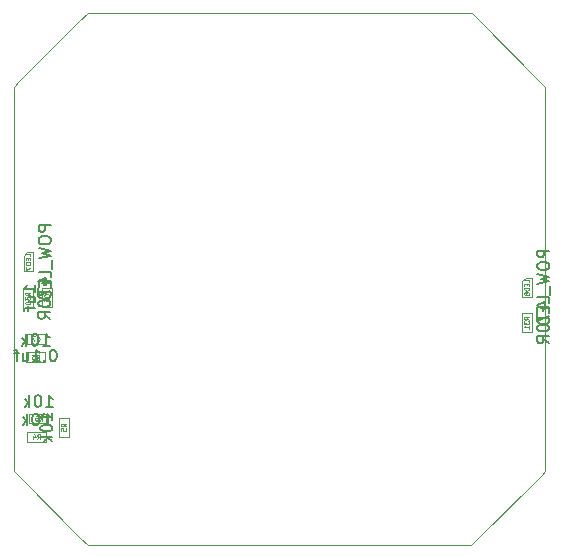
<source format=gbr>
G04 #@! TF.GenerationSoftware,KiCad,Pcbnew,9.0.1*
G04 #@! TF.CreationDate,2025-04-25T12:08:24+05:30*
G04 #@! TF.ProjectId,esp32_quad_baro_bootser_nousb_BMP,65737033-325f-4717-9561-645f6261726f,rev?*
G04 #@! TF.SameCoordinates,Original*
G04 #@! TF.FileFunction,AssemblyDrawing,Bot*
%FSLAX46Y46*%
G04 Gerber Fmt 4.6, Leading zero omitted, Abs format (unit mm)*
G04 Created by KiCad (PCBNEW 9.0.1) date 2025-04-25 12:08:24*
%MOMM*%
%LPD*%
G01*
G04 APERTURE LIST*
%ADD10C,0.150000*%
%ADD11C,0.060000*%
%ADD12C,0.100000*%
G04 #@! TA.AperFunction,Profile*
%ADD13C,0.025400*%
G04 #@! TD*
G04 APERTURE END LIST*
D10*
X111764999Y-92494819D02*
X111669761Y-92494819D01*
X111669761Y-92494819D02*
X111574523Y-92542438D01*
X111574523Y-92542438D02*
X111526904Y-92590057D01*
X111526904Y-92590057D02*
X111479285Y-92685295D01*
X111479285Y-92685295D02*
X111431666Y-92875771D01*
X111431666Y-92875771D02*
X111431666Y-93113866D01*
X111431666Y-93113866D02*
X111479285Y-93304342D01*
X111479285Y-93304342D02*
X111526904Y-93399580D01*
X111526904Y-93399580D02*
X111574523Y-93447200D01*
X111574523Y-93447200D02*
X111669761Y-93494819D01*
X111669761Y-93494819D02*
X111764999Y-93494819D01*
X111764999Y-93494819D02*
X111860237Y-93447200D01*
X111860237Y-93447200D02*
X111907856Y-93399580D01*
X111907856Y-93399580D02*
X111955475Y-93304342D01*
X111955475Y-93304342D02*
X112003094Y-93113866D01*
X112003094Y-93113866D02*
X112003094Y-92875771D01*
X112003094Y-92875771D02*
X111955475Y-92685295D01*
X111955475Y-92685295D02*
X111907856Y-92590057D01*
X111907856Y-92590057D02*
X111860237Y-92542438D01*
X111860237Y-92542438D02*
X111764999Y-92494819D01*
X111003094Y-93399580D02*
X110955475Y-93447200D01*
X110955475Y-93447200D02*
X111003094Y-93494819D01*
X111003094Y-93494819D02*
X111050713Y-93447200D01*
X111050713Y-93447200D02*
X111003094Y-93399580D01*
X111003094Y-93399580D02*
X111003094Y-93494819D01*
X110003095Y-93494819D02*
X110574523Y-93494819D01*
X110288809Y-93494819D02*
X110288809Y-92494819D01*
X110288809Y-92494819D02*
X110384047Y-92637676D01*
X110384047Y-92637676D02*
X110479285Y-92732914D01*
X110479285Y-92732914D02*
X110574523Y-92780533D01*
X109145952Y-92828152D02*
X109145952Y-93494819D01*
X109574523Y-92828152D02*
X109574523Y-93351961D01*
X109574523Y-93351961D02*
X109526904Y-93447200D01*
X109526904Y-93447200D02*
X109431666Y-93494819D01*
X109431666Y-93494819D02*
X109288809Y-93494819D01*
X109288809Y-93494819D02*
X109193571Y-93447200D01*
X109193571Y-93447200D02*
X109145952Y-93399580D01*
X108812618Y-92828152D02*
X108431666Y-92828152D01*
X108669761Y-93494819D02*
X108669761Y-92637676D01*
X108669761Y-92637676D02*
X108622142Y-92542438D01*
X108622142Y-92542438D02*
X108526904Y-92494819D01*
X108526904Y-92494819D02*
X108431666Y-92494819D01*
D11*
X110331666Y-91753832D02*
X110350714Y-91772880D01*
X110350714Y-91772880D02*
X110407856Y-91791927D01*
X110407856Y-91791927D02*
X110445952Y-91791927D01*
X110445952Y-91791927D02*
X110503095Y-91772880D01*
X110503095Y-91772880D02*
X110541190Y-91734784D01*
X110541190Y-91734784D02*
X110560237Y-91696689D01*
X110560237Y-91696689D02*
X110579285Y-91620499D01*
X110579285Y-91620499D02*
X110579285Y-91563356D01*
X110579285Y-91563356D02*
X110560237Y-91487165D01*
X110560237Y-91487165D02*
X110541190Y-91449070D01*
X110541190Y-91449070D02*
X110503095Y-91410975D01*
X110503095Y-91410975D02*
X110445952Y-91391927D01*
X110445952Y-91391927D02*
X110407856Y-91391927D01*
X110407856Y-91391927D02*
X110350714Y-91410975D01*
X110350714Y-91410975D02*
X110331666Y-91430022D01*
X110198333Y-91391927D02*
X109931666Y-91391927D01*
X109931666Y-91391927D02*
X110103095Y-91791927D01*
D10*
X111494819Y-81967262D02*
X110494819Y-81967262D01*
X110494819Y-81967262D02*
X110494819Y-82348214D01*
X110494819Y-82348214D02*
X110542438Y-82443452D01*
X110542438Y-82443452D02*
X110590057Y-82491071D01*
X110590057Y-82491071D02*
X110685295Y-82538690D01*
X110685295Y-82538690D02*
X110828152Y-82538690D01*
X110828152Y-82538690D02*
X110923390Y-82491071D01*
X110923390Y-82491071D02*
X110971009Y-82443452D01*
X110971009Y-82443452D02*
X111018628Y-82348214D01*
X111018628Y-82348214D02*
X111018628Y-81967262D01*
X110494819Y-83157738D02*
X110494819Y-83348214D01*
X110494819Y-83348214D02*
X110542438Y-83443452D01*
X110542438Y-83443452D02*
X110637676Y-83538690D01*
X110637676Y-83538690D02*
X110828152Y-83586309D01*
X110828152Y-83586309D02*
X111161485Y-83586309D01*
X111161485Y-83586309D02*
X111351961Y-83538690D01*
X111351961Y-83538690D02*
X111447200Y-83443452D01*
X111447200Y-83443452D02*
X111494819Y-83348214D01*
X111494819Y-83348214D02*
X111494819Y-83157738D01*
X111494819Y-83157738D02*
X111447200Y-83062500D01*
X111447200Y-83062500D02*
X111351961Y-82967262D01*
X111351961Y-82967262D02*
X111161485Y-82919643D01*
X111161485Y-82919643D02*
X110828152Y-82919643D01*
X110828152Y-82919643D02*
X110637676Y-82967262D01*
X110637676Y-82967262D02*
X110542438Y-83062500D01*
X110542438Y-83062500D02*
X110494819Y-83157738D01*
X110494819Y-83919643D02*
X111494819Y-84157738D01*
X111494819Y-84157738D02*
X110780533Y-84348214D01*
X110780533Y-84348214D02*
X111494819Y-84538690D01*
X111494819Y-84538690D02*
X110494819Y-84776786D01*
X111590057Y-84919643D02*
X111590057Y-85681547D01*
X111494819Y-86395833D02*
X111494819Y-85919643D01*
X111494819Y-85919643D02*
X110494819Y-85919643D01*
X110971009Y-86729167D02*
X110971009Y-87062500D01*
X111494819Y-87205357D02*
X111494819Y-86729167D01*
X111494819Y-86729167D02*
X110494819Y-86729167D01*
X110494819Y-86729167D02*
X110494819Y-87205357D01*
X111494819Y-87633929D02*
X110494819Y-87633929D01*
X110494819Y-87633929D02*
X110494819Y-87872024D01*
X110494819Y-87872024D02*
X110542438Y-88014881D01*
X110542438Y-88014881D02*
X110637676Y-88110119D01*
X110637676Y-88110119D02*
X110732914Y-88157738D01*
X110732914Y-88157738D02*
X110923390Y-88205357D01*
X110923390Y-88205357D02*
X111066247Y-88205357D01*
X111066247Y-88205357D02*
X111256723Y-88157738D01*
X111256723Y-88157738D02*
X111351961Y-88110119D01*
X111351961Y-88110119D02*
X111447200Y-88014881D01*
X111447200Y-88014881D02*
X111494819Y-87872024D01*
X111494819Y-87872024D02*
X111494819Y-87633929D01*
D11*
X109791927Y-84614881D02*
X109791927Y-84424405D01*
X109791927Y-84424405D02*
X109391927Y-84424405D01*
X109582403Y-84748215D02*
X109582403Y-84881548D01*
X109791927Y-84938691D02*
X109791927Y-84748215D01*
X109791927Y-84748215D02*
X109391927Y-84748215D01*
X109391927Y-84748215D02*
X109391927Y-84938691D01*
X109791927Y-85110120D02*
X109391927Y-85110120D01*
X109391927Y-85110120D02*
X109391927Y-85205358D01*
X109391927Y-85205358D02*
X109410975Y-85262501D01*
X109410975Y-85262501D02*
X109449070Y-85300596D01*
X109449070Y-85300596D02*
X109487165Y-85319643D01*
X109487165Y-85319643D02*
X109563356Y-85338691D01*
X109563356Y-85338691D02*
X109620499Y-85338691D01*
X109620499Y-85338691D02*
X109696689Y-85319643D01*
X109696689Y-85319643D02*
X109734784Y-85300596D01*
X109734784Y-85300596D02*
X109772880Y-85262501D01*
X109772880Y-85262501D02*
X109791927Y-85205358D01*
X109791927Y-85205358D02*
X109791927Y-85110120D01*
X109391927Y-85472024D02*
X109391927Y-85738691D01*
X109391927Y-85738691D02*
X109791927Y-85567262D01*
D10*
X110910238Y-98914819D02*
X111481666Y-98914819D01*
X111195952Y-98914819D02*
X111195952Y-97914819D01*
X111195952Y-97914819D02*
X111291190Y-98057676D01*
X111291190Y-98057676D02*
X111386428Y-98152914D01*
X111386428Y-98152914D02*
X111481666Y-98200533D01*
X110291190Y-97914819D02*
X110195952Y-97914819D01*
X110195952Y-97914819D02*
X110100714Y-97962438D01*
X110100714Y-97962438D02*
X110053095Y-98010057D01*
X110053095Y-98010057D02*
X110005476Y-98105295D01*
X110005476Y-98105295D02*
X109957857Y-98295771D01*
X109957857Y-98295771D02*
X109957857Y-98533866D01*
X109957857Y-98533866D02*
X110005476Y-98724342D01*
X110005476Y-98724342D02*
X110053095Y-98819580D01*
X110053095Y-98819580D02*
X110100714Y-98867200D01*
X110100714Y-98867200D02*
X110195952Y-98914819D01*
X110195952Y-98914819D02*
X110291190Y-98914819D01*
X110291190Y-98914819D02*
X110386428Y-98867200D01*
X110386428Y-98867200D02*
X110434047Y-98819580D01*
X110434047Y-98819580D02*
X110481666Y-98724342D01*
X110481666Y-98724342D02*
X110529285Y-98533866D01*
X110529285Y-98533866D02*
X110529285Y-98295771D01*
X110529285Y-98295771D02*
X110481666Y-98105295D01*
X110481666Y-98105295D02*
X110434047Y-98010057D01*
X110434047Y-98010057D02*
X110386428Y-97962438D01*
X110386428Y-97962438D02*
X110291190Y-97914819D01*
X109529285Y-98914819D02*
X109529285Y-97914819D01*
X109434047Y-98533866D02*
X109148333Y-98914819D01*
X109148333Y-98248152D02*
X109529285Y-98629104D01*
D11*
X110381666Y-100071927D02*
X110514999Y-99881451D01*
X110610237Y-100071927D02*
X110610237Y-99671927D01*
X110610237Y-99671927D02*
X110457856Y-99671927D01*
X110457856Y-99671927D02*
X110419761Y-99690975D01*
X110419761Y-99690975D02*
X110400714Y-99710022D01*
X110400714Y-99710022D02*
X110381666Y-99748118D01*
X110381666Y-99748118D02*
X110381666Y-99805260D01*
X110381666Y-99805260D02*
X110400714Y-99843356D01*
X110400714Y-99843356D02*
X110419761Y-99862403D01*
X110419761Y-99862403D02*
X110457856Y-99881451D01*
X110457856Y-99881451D02*
X110610237Y-99881451D01*
X110038809Y-99805260D02*
X110038809Y-100071927D01*
X110134047Y-99652880D02*
X110229285Y-99938594D01*
X110229285Y-99938594D02*
X109981666Y-99938594D01*
D10*
X111644819Y-98479761D02*
X111644819Y-97908333D01*
X111644819Y-98194047D02*
X110644819Y-98194047D01*
X110644819Y-98194047D02*
X110787676Y-98098809D01*
X110787676Y-98098809D02*
X110882914Y-98003571D01*
X110882914Y-98003571D02*
X110930533Y-97908333D01*
X110644819Y-99098809D02*
X110644819Y-99194047D01*
X110644819Y-99194047D02*
X110692438Y-99289285D01*
X110692438Y-99289285D02*
X110740057Y-99336904D01*
X110740057Y-99336904D02*
X110835295Y-99384523D01*
X110835295Y-99384523D02*
X111025771Y-99432142D01*
X111025771Y-99432142D02*
X111263866Y-99432142D01*
X111263866Y-99432142D02*
X111454342Y-99384523D01*
X111454342Y-99384523D02*
X111549580Y-99336904D01*
X111549580Y-99336904D02*
X111597200Y-99289285D01*
X111597200Y-99289285D02*
X111644819Y-99194047D01*
X111644819Y-99194047D02*
X111644819Y-99098809D01*
X111644819Y-99098809D02*
X111597200Y-99003571D01*
X111597200Y-99003571D02*
X111549580Y-98955952D01*
X111549580Y-98955952D02*
X111454342Y-98908333D01*
X111454342Y-98908333D02*
X111263866Y-98860714D01*
X111263866Y-98860714D02*
X111025771Y-98860714D01*
X111025771Y-98860714D02*
X110835295Y-98908333D01*
X110835295Y-98908333D02*
X110740057Y-98955952D01*
X110740057Y-98955952D02*
X110692438Y-99003571D01*
X110692438Y-99003571D02*
X110644819Y-99098809D01*
X111644819Y-99860714D02*
X110644819Y-99860714D01*
X111263866Y-99955952D02*
X111644819Y-100241666D01*
X110978152Y-100241666D02*
X111359104Y-99860714D01*
D11*
X112801927Y-99008333D02*
X112611451Y-98875000D01*
X112801927Y-98779762D02*
X112401927Y-98779762D01*
X112401927Y-98779762D02*
X112401927Y-98932143D01*
X112401927Y-98932143D02*
X112420975Y-98970238D01*
X112420975Y-98970238D02*
X112440022Y-98989285D01*
X112440022Y-98989285D02*
X112478118Y-99008333D01*
X112478118Y-99008333D02*
X112535260Y-99008333D01*
X112535260Y-99008333D02*
X112573356Y-98989285D01*
X112573356Y-98989285D02*
X112592403Y-98970238D01*
X112592403Y-98970238D02*
X112611451Y-98932143D01*
X112611451Y-98932143D02*
X112611451Y-98779762D01*
X112401927Y-99370238D02*
X112401927Y-99179762D01*
X112401927Y-99179762D02*
X112592403Y-99160714D01*
X112592403Y-99160714D02*
X112573356Y-99179762D01*
X112573356Y-99179762D02*
X112554308Y-99217857D01*
X112554308Y-99217857D02*
X112554308Y-99313095D01*
X112554308Y-99313095D02*
X112573356Y-99351190D01*
X112573356Y-99351190D02*
X112592403Y-99370238D01*
X112592403Y-99370238D02*
X112630499Y-99389285D01*
X112630499Y-99389285D02*
X112725737Y-99389285D01*
X112725737Y-99389285D02*
X112763832Y-99370238D01*
X112763832Y-99370238D02*
X112782880Y-99351190D01*
X112782880Y-99351190D02*
X112801927Y-99313095D01*
X112801927Y-99313095D02*
X112801927Y-99217857D01*
X112801927Y-99217857D02*
X112782880Y-99179762D01*
X112782880Y-99179762D02*
X112763832Y-99160714D01*
D10*
X110214819Y-87642618D02*
X110214819Y-87071190D01*
X110214819Y-87356904D02*
X109214819Y-87356904D01*
X109214819Y-87356904D02*
X109357676Y-87261666D01*
X109357676Y-87261666D02*
X109452914Y-87166428D01*
X109452914Y-87166428D02*
X109500533Y-87071190D01*
X109548152Y-88499761D02*
X110214819Y-88499761D01*
X109548152Y-88071190D02*
X110071961Y-88071190D01*
X110071961Y-88071190D02*
X110167200Y-88118809D01*
X110167200Y-88118809D02*
X110214819Y-88214047D01*
X110214819Y-88214047D02*
X110214819Y-88356904D01*
X110214819Y-88356904D02*
X110167200Y-88452142D01*
X110167200Y-88452142D02*
X110119580Y-88499761D01*
X109548152Y-88833095D02*
X109548152Y-89214047D01*
X110214819Y-88975952D02*
X109357676Y-88975952D01*
X109357676Y-88975952D02*
X109262438Y-89023571D01*
X109262438Y-89023571D02*
X109214819Y-89118809D01*
X109214819Y-89118809D02*
X109214819Y-89214047D01*
D11*
X111333832Y-88028333D02*
X111352880Y-88009285D01*
X111352880Y-88009285D02*
X111371927Y-87952143D01*
X111371927Y-87952143D02*
X111371927Y-87914047D01*
X111371927Y-87914047D02*
X111352880Y-87856904D01*
X111352880Y-87856904D02*
X111314784Y-87818809D01*
X111314784Y-87818809D02*
X111276689Y-87799762D01*
X111276689Y-87799762D02*
X111200499Y-87780714D01*
X111200499Y-87780714D02*
X111143356Y-87780714D01*
X111143356Y-87780714D02*
X111067165Y-87799762D01*
X111067165Y-87799762D02*
X111029070Y-87818809D01*
X111029070Y-87818809D02*
X110990975Y-87856904D01*
X110990975Y-87856904D02*
X110971927Y-87914047D01*
X110971927Y-87914047D02*
X110971927Y-87952143D01*
X110971927Y-87952143D02*
X110990975Y-88009285D01*
X110990975Y-88009285D02*
X111010022Y-88028333D01*
X110971927Y-88371190D02*
X110971927Y-88295000D01*
X110971927Y-88295000D02*
X110990975Y-88256904D01*
X110990975Y-88256904D02*
X111010022Y-88237857D01*
X111010022Y-88237857D02*
X111067165Y-88199762D01*
X111067165Y-88199762D02*
X111143356Y-88180714D01*
X111143356Y-88180714D02*
X111295737Y-88180714D01*
X111295737Y-88180714D02*
X111333832Y-88199762D01*
X111333832Y-88199762D02*
X111352880Y-88218809D01*
X111352880Y-88218809D02*
X111371927Y-88256904D01*
X111371927Y-88256904D02*
X111371927Y-88333095D01*
X111371927Y-88333095D02*
X111352880Y-88371190D01*
X111352880Y-88371190D02*
X111333832Y-88390238D01*
X111333832Y-88390238D02*
X111295737Y-88409285D01*
X111295737Y-88409285D02*
X111200499Y-88409285D01*
X111200499Y-88409285D02*
X111162403Y-88390238D01*
X111162403Y-88390238D02*
X111143356Y-88371190D01*
X111143356Y-88371190D02*
X111124308Y-88333095D01*
X111124308Y-88333095D02*
X111124308Y-88256904D01*
X111124308Y-88256904D02*
X111143356Y-88218809D01*
X111143356Y-88218809D02*
X111162403Y-88199762D01*
X111162403Y-88199762D02*
X111200499Y-88180714D01*
D10*
X110798152Y-86893095D02*
X111464819Y-86893095D01*
X110417200Y-86655000D02*
X111131485Y-86416905D01*
X111131485Y-86416905D02*
X111131485Y-87035952D01*
X110464819Y-87321667D02*
X110464819Y-87988333D01*
X110464819Y-87988333D02*
X111464819Y-87559762D01*
X110464819Y-88559762D02*
X110464819Y-88655000D01*
X110464819Y-88655000D02*
X110512438Y-88750238D01*
X110512438Y-88750238D02*
X110560057Y-88797857D01*
X110560057Y-88797857D02*
X110655295Y-88845476D01*
X110655295Y-88845476D02*
X110845771Y-88893095D01*
X110845771Y-88893095D02*
X111083866Y-88893095D01*
X111083866Y-88893095D02*
X111274342Y-88845476D01*
X111274342Y-88845476D02*
X111369580Y-88797857D01*
X111369580Y-88797857D02*
X111417200Y-88750238D01*
X111417200Y-88750238D02*
X111464819Y-88655000D01*
X111464819Y-88655000D02*
X111464819Y-88559762D01*
X111464819Y-88559762D02*
X111417200Y-88464524D01*
X111417200Y-88464524D02*
X111369580Y-88416905D01*
X111369580Y-88416905D02*
X111274342Y-88369286D01*
X111274342Y-88369286D02*
X111083866Y-88321667D01*
X111083866Y-88321667D02*
X110845771Y-88321667D01*
X110845771Y-88321667D02*
X110655295Y-88369286D01*
X110655295Y-88369286D02*
X110560057Y-88416905D01*
X110560057Y-88416905D02*
X110512438Y-88464524D01*
X110512438Y-88464524D02*
X110464819Y-88559762D01*
X111464819Y-89893095D02*
X110988628Y-89559762D01*
X111464819Y-89321667D02*
X110464819Y-89321667D01*
X110464819Y-89321667D02*
X110464819Y-89702619D01*
X110464819Y-89702619D02*
X110512438Y-89797857D01*
X110512438Y-89797857D02*
X110560057Y-89845476D01*
X110560057Y-89845476D02*
X110655295Y-89893095D01*
X110655295Y-89893095D02*
X110798152Y-89893095D01*
X110798152Y-89893095D02*
X110893390Y-89845476D01*
X110893390Y-89845476D02*
X110941009Y-89797857D01*
X110941009Y-89797857D02*
X110988628Y-89702619D01*
X110988628Y-89702619D02*
X110988628Y-89321667D01*
D11*
X109761927Y-87897857D02*
X109571451Y-87764524D01*
X109761927Y-87669286D02*
X109361927Y-87669286D01*
X109361927Y-87669286D02*
X109361927Y-87821667D01*
X109361927Y-87821667D02*
X109380975Y-87859762D01*
X109380975Y-87859762D02*
X109400022Y-87878809D01*
X109400022Y-87878809D02*
X109438118Y-87897857D01*
X109438118Y-87897857D02*
X109495260Y-87897857D01*
X109495260Y-87897857D02*
X109533356Y-87878809D01*
X109533356Y-87878809D02*
X109552403Y-87859762D01*
X109552403Y-87859762D02*
X109571451Y-87821667D01*
X109571451Y-87821667D02*
X109571451Y-87669286D01*
X109361927Y-88031190D02*
X109361927Y-88278809D01*
X109361927Y-88278809D02*
X109514308Y-88145476D01*
X109514308Y-88145476D02*
X109514308Y-88202619D01*
X109514308Y-88202619D02*
X109533356Y-88240714D01*
X109533356Y-88240714D02*
X109552403Y-88259762D01*
X109552403Y-88259762D02*
X109590499Y-88278809D01*
X109590499Y-88278809D02*
X109685737Y-88278809D01*
X109685737Y-88278809D02*
X109723832Y-88259762D01*
X109723832Y-88259762D02*
X109742880Y-88240714D01*
X109742880Y-88240714D02*
X109761927Y-88202619D01*
X109761927Y-88202619D02*
X109761927Y-88088333D01*
X109761927Y-88088333D02*
X109742880Y-88050238D01*
X109742880Y-88050238D02*
X109723832Y-88031190D01*
X109361927Y-88526428D02*
X109361927Y-88564523D01*
X109361927Y-88564523D02*
X109380975Y-88602619D01*
X109380975Y-88602619D02*
X109400022Y-88621666D01*
X109400022Y-88621666D02*
X109438118Y-88640714D01*
X109438118Y-88640714D02*
X109514308Y-88659761D01*
X109514308Y-88659761D02*
X109609546Y-88659761D01*
X109609546Y-88659761D02*
X109685737Y-88640714D01*
X109685737Y-88640714D02*
X109723832Y-88621666D01*
X109723832Y-88621666D02*
X109742880Y-88602619D01*
X109742880Y-88602619D02*
X109761927Y-88564523D01*
X109761927Y-88564523D02*
X109761927Y-88526428D01*
X109761927Y-88526428D02*
X109742880Y-88488333D01*
X109742880Y-88488333D02*
X109723832Y-88469285D01*
X109723832Y-88469285D02*
X109685737Y-88450238D01*
X109685737Y-88450238D02*
X109609546Y-88431190D01*
X109609546Y-88431190D02*
X109514308Y-88431190D01*
X109514308Y-88431190D02*
X109438118Y-88450238D01*
X109438118Y-88450238D02*
X109400022Y-88469285D01*
X109400022Y-88469285D02*
X109380975Y-88488333D01*
X109380975Y-88488333D02*
X109361927Y-88526428D01*
D10*
X153028152Y-88958095D02*
X153694819Y-88958095D01*
X152647200Y-88720000D02*
X153361485Y-88481905D01*
X153361485Y-88481905D02*
X153361485Y-89100952D01*
X152694819Y-89386667D02*
X152694819Y-90053333D01*
X152694819Y-90053333D02*
X153694819Y-89624762D01*
X152694819Y-90624762D02*
X152694819Y-90720000D01*
X152694819Y-90720000D02*
X152742438Y-90815238D01*
X152742438Y-90815238D02*
X152790057Y-90862857D01*
X152790057Y-90862857D02*
X152885295Y-90910476D01*
X152885295Y-90910476D02*
X153075771Y-90958095D01*
X153075771Y-90958095D02*
X153313866Y-90958095D01*
X153313866Y-90958095D02*
X153504342Y-90910476D01*
X153504342Y-90910476D02*
X153599580Y-90862857D01*
X153599580Y-90862857D02*
X153647200Y-90815238D01*
X153647200Y-90815238D02*
X153694819Y-90720000D01*
X153694819Y-90720000D02*
X153694819Y-90624762D01*
X153694819Y-90624762D02*
X153647200Y-90529524D01*
X153647200Y-90529524D02*
X153599580Y-90481905D01*
X153599580Y-90481905D02*
X153504342Y-90434286D01*
X153504342Y-90434286D02*
X153313866Y-90386667D01*
X153313866Y-90386667D02*
X153075771Y-90386667D01*
X153075771Y-90386667D02*
X152885295Y-90434286D01*
X152885295Y-90434286D02*
X152790057Y-90481905D01*
X152790057Y-90481905D02*
X152742438Y-90529524D01*
X152742438Y-90529524D02*
X152694819Y-90624762D01*
X153694819Y-91958095D02*
X153218628Y-91624762D01*
X153694819Y-91386667D02*
X152694819Y-91386667D01*
X152694819Y-91386667D02*
X152694819Y-91767619D01*
X152694819Y-91767619D02*
X152742438Y-91862857D01*
X152742438Y-91862857D02*
X152790057Y-91910476D01*
X152790057Y-91910476D02*
X152885295Y-91958095D01*
X152885295Y-91958095D02*
X153028152Y-91958095D01*
X153028152Y-91958095D02*
X153123390Y-91910476D01*
X153123390Y-91910476D02*
X153171009Y-91862857D01*
X153171009Y-91862857D02*
X153218628Y-91767619D01*
X153218628Y-91767619D02*
X153218628Y-91386667D01*
D11*
X151991927Y-89962857D02*
X151801451Y-89829524D01*
X151991927Y-89734286D02*
X151591927Y-89734286D01*
X151591927Y-89734286D02*
X151591927Y-89886667D01*
X151591927Y-89886667D02*
X151610975Y-89924762D01*
X151610975Y-89924762D02*
X151630022Y-89943809D01*
X151630022Y-89943809D02*
X151668118Y-89962857D01*
X151668118Y-89962857D02*
X151725260Y-89962857D01*
X151725260Y-89962857D02*
X151763356Y-89943809D01*
X151763356Y-89943809D02*
X151782403Y-89924762D01*
X151782403Y-89924762D02*
X151801451Y-89886667D01*
X151801451Y-89886667D02*
X151801451Y-89734286D01*
X151591927Y-90096190D02*
X151591927Y-90343809D01*
X151591927Y-90343809D02*
X151744308Y-90210476D01*
X151744308Y-90210476D02*
X151744308Y-90267619D01*
X151744308Y-90267619D02*
X151763356Y-90305714D01*
X151763356Y-90305714D02*
X151782403Y-90324762D01*
X151782403Y-90324762D02*
X151820499Y-90343809D01*
X151820499Y-90343809D02*
X151915737Y-90343809D01*
X151915737Y-90343809D02*
X151953832Y-90324762D01*
X151953832Y-90324762D02*
X151972880Y-90305714D01*
X151972880Y-90305714D02*
X151991927Y-90267619D01*
X151991927Y-90267619D02*
X151991927Y-90153333D01*
X151991927Y-90153333D02*
X151972880Y-90115238D01*
X151972880Y-90115238D02*
X151953832Y-90096190D01*
X151991927Y-90724761D02*
X151991927Y-90496190D01*
X151991927Y-90610476D02*
X151591927Y-90610476D01*
X151591927Y-90610476D02*
X151649070Y-90572380D01*
X151649070Y-90572380D02*
X151687165Y-90534285D01*
X151687165Y-90534285D02*
X151706213Y-90496190D01*
D10*
X153724819Y-84132262D02*
X152724819Y-84132262D01*
X152724819Y-84132262D02*
X152724819Y-84513214D01*
X152724819Y-84513214D02*
X152772438Y-84608452D01*
X152772438Y-84608452D02*
X152820057Y-84656071D01*
X152820057Y-84656071D02*
X152915295Y-84703690D01*
X152915295Y-84703690D02*
X153058152Y-84703690D01*
X153058152Y-84703690D02*
X153153390Y-84656071D01*
X153153390Y-84656071D02*
X153201009Y-84608452D01*
X153201009Y-84608452D02*
X153248628Y-84513214D01*
X153248628Y-84513214D02*
X153248628Y-84132262D01*
X152724819Y-85322738D02*
X152724819Y-85513214D01*
X152724819Y-85513214D02*
X152772438Y-85608452D01*
X152772438Y-85608452D02*
X152867676Y-85703690D01*
X152867676Y-85703690D02*
X153058152Y-85751309D01*
X153058152Y-85751309D02*
X153391485Y-85751309D01*
X153391485Y-85751309D02*
X153581961Y-85703690D01*
X153581961Y-85703690D02*
X153677200Y-85608452D01*
X153677200Y-85608452D02*
X153724819Y-85513214D01*
X153724819Y-85513214D02*
X153724819Y-85322738D01*
X153724819Y-85322738D02*
X153677200Y-85227500D01*
X153677200Y-85227500D02*
X153581961Y-85132262D01*
X153581961Y-85132262D02*
X153391485Y-85084643D01*
X153391485Y-85084643D02*
X153058152Y-85084643D01*
X153058152Y-85084643D02*
X152867676Y-85132262D01*
X152867676Y-85132262D02*
X152772438Y-85227500D01*
X152772438Y-85227500D02*
X152724819Y-85322738D01*
X152724819Y-86084643D02*
X153724819Y-86322738D01*
X153724819Y-86322738D02*
X153010533Y-86513214D01*
X153010533Y-86513214D02*
X153724819Y-86703690D01*
X153724819Y-86703690D02*
X152724819Y-86941786D01*
X153820057Y-87084643D02*
X153820057Y-87846547D01*
X153724819Y-88560833D02*
X153724819Y-88084643D01*
X153724819Y-88084643D02*
X152724819Y-88084643D01*
X153201009Y-88894167D02*
X153201009Y-89227500D01*
X153724819Y-89370357D02*
X153724819Y-88894167D01*
X153724819Y-88894167D02*
X152724819Y-88894167D01*
X152724819Y-88894167D02*
X152724819Y-89370357D01*
X153724819Y-89798929D02*
X152724819Y-89798929D01*
X152724819Y-89798929D02*
X152724819Y-90037024D01*
X152724819Y-90037024D02*
X152772438Y-90179881D01*
X152772438Y-90179881D02*
X152867676Y-90275119D01*
X152867676Y-90275119D02*
X152962914Y-90322738D01*
X152962914Y-90322738D02*
X153153390Y-90370357D01*
X153153390Y-90370357D02*
X153296247Y-90370357D01*
X153296247Y-90370357D02*
X153486723Y-90322738D01*
X153486723Y-90322738D02*
X153581961Y-90275119D01*
X153581961Y-90275119D02*
X153677200Y-90179881D01*
X153677200Y-90179881D02*
X153724819Y-90037024D01*
X153724819Y-90037024D02*
X153724819Y-89798929D01*
D11*
X152021927Y-86779881D02*
X152021927Y-86589405D01*
X152021927Y-86589405D02*
X151621927Y-86589405D01*
X151812403Y-86913215D02*
X151812403Y-87046548D01*
X152021927Y-87103691D02*
X152021927Y-86913215D01*
X152021927Y-86913215D02*
X151621927Y-86913215D01*
X151621927Y-86913215D02*
X151621927Y-87103691D01*
X152021927Y-87275120D02*
X151621927Y-87275120D01*
X151621927Y-87275120D02*
X151621927Y-87370358D01*
X151621927Y-87370358D02*
X151640975Y-87427501D01*
X151640975Y-87427501D02*
X151679070Y-87465596D01*
X151679070Y-87465596D02*
X151717165Y-87484643D01*
X151717165Y-87484643D02*
X151793356Y-87503691D01*
X151793356Y-87503691D02*
X151850499Y-87503691D01*
X151850499Y-87503691D02*
X151926689Y-87484643D01*
X151926689Y-87484643D02*
X151964784Y-87465596D01*
X151964784Y-87465596D02*
X152002880Y-87427501D01*
X152002880Y-87427501D02*
X152021927Y-87370358D01*
X152021927Y-87370358D02*
X152021927Y-87275120D01*
X151793356Y-87732262D02*
X151774308Y-87694167D01*
X151774308Y-87694167D02*
X151755260Y-87675120D01*
X151755260Y-87675120D02*
X151717165Y-87656072D01*
X151717165Y-87656072D02*
X151698118Y-87656072D01*
X151698118Y-87656072D02*
X151660022Y-87675120D01*
X151660022Y-87675120D02*
X151640975Y-87694167D01*
X151640975Y-87694167D02*
X151621927Y-87732262D01*
X151621927Y-87732262D02*
X151621927Y-87808453D01*
X151621927Y-87808453D02*
X151640975Y-87846548D01*
X151640975Y-87846548D02*
X151660022Y-87865596D01*
X151660022Y-87865596D02*
X151698118Y-87884643D01*
X151698118Y-87884643D02*
X151717165Y-87884643D01*
X151717165Y-87884643D02*
X151755260Y-87865596D01*
X151755260Y-87865596D02*
X151774308Y-87846548D01*
X151774308Y-87846548D02*
X151793356Y-87808453D01*
X151793356Y-87808453D02*
X151793356Y-87732262D01*
X151793356Y-87732262D02*
X151812403Y-87694167D01*
X151812403Y-87694167D02*
X151831451Y-87675120D01*
X151831451Y-87675120D02*
X151869546Y-87656072D01*
X151869546Y-87656072D02*
X151945737Y-87656072D01*
X151945737Y-87656072D02*
X151983832Y-87675120D01*
X151983832Y-87675120D02*
X152002880Y-87694167D01*
X152002880Y-87694167D02*
X152021927Y-87732262D01*
X152021927Y-87732262D02*
X152021927Y-87808453D01*
X152021927Y-87808453D02*
X152002880Y-87846548D01*
X152002880Y-87846548D02*
X151983832Y-87865596D01*
X151983832Y-87865596D02*
X151945737Y-87884643D01*
X151945737Y-87884643D02*
X151869546Y-87884643D01*
X151869546Y-87884643D02*
X151831451Y-87865596D01*
X151831451Y-87865596D02*
X151812403Y-87846548D01*
X151812403Y-87846548D02*
X151793356Y-87808453D01*
D10*
X111095238Y-97364819D02*
X111666666Y-97364819D01*
X111380952Y-97364819D02*
X111380952Y-96364819D01*
X111380952Y-96364819D02*
X111476190Y-96507676D01*
X111476190Y-96507676D02*
X111571428Y-96602914D01*
X111571428Y-96602914D02*
X111666666Y-96650533D01*
X110476190Y-96364819D02*
X110380952Y-96364819D01*
X110380952Y-96364819D02*
X110285714Y-96412438D01*
X110285714Y-96412438D02*
X110238095Y-96460057D01*
X110238095Y-96460057D02*
X110190476Y-96555295D01*
X110190476Y-96555295D02*
X110142857Y-96745771D01*
X110142857Y-96745771D02*
X110142857Y-96983866D01*
X110142857Y-96983866D02*
X110190476Y-97174342D01*
X110190476Y-97174342D02*
X110238095Y-97269580D01*
X110238095Y-97269580D02*
X110285714Y-97317200D01*
X110285714Y-97317200D02*
X110380952Y-97364819D01*
X110380952Y-97364819D02*
X110476190Y-97364819D01*
X110476190Y-97364819D02*
X110571428Y-97317200D01*
X110571428Y-97317200D02*
X110619047Y-97269580D01*
X110619047Y-97269580D02*
X110666666Y-97174342D01*
X110666666Y-97174342D02*
X110714285Y-96983866D01*
X110714285Y-96983866D02*
X110714285Y-96745771D01*
X110714285Y-96745771D02*
X110666666Y-96555295D01*
X110666666Y-96555295D02*
X110619047Y-96460057D01*
X110619047Y-96460057D02*
X110571428Y-96412438D01*
X110571428Y-96412438D02*
X110476190Y-96364819D01*
X109714285Y-97364819D02*
X109714285Y-96364819D01*
X109619047Y-96983866D02*
X109333333Y-97364819D01*
X109333333Y-96698152D02*
X109714285Y-97079104D01*
D11*
X110566666Y-98521927D02*
X110699999Y-98331451D01*
X110795237Y-98521927D02*
X110795237Y-98121927D01*
X110795237Y-98121927D02*
X110642856Y-98121927D01*
X110642856Y-98121927D02*
X110604761Y-98140975D01*
X110604761Y-98140975D02*
X110585714Y-98160022D01*
X110585714Y-98160022D02*
X110566666Y-98198118D01*
X110566666Y-98198118D02*
X110566666Y-98255260D01*
X110566666Y-98255260D02*
X110585714Y-98293356D01*
X110585714Y-98293356D02*
X110604761Y-98312403D01*
X110604761Y-98312403D02*
X110642856Y-98331451D01*
X110642856Y-98331451D02*
X110795237Y-98331451D01*
X110223809Y-98121927D02*
X110299999Y-98121927D01*
X110299999Y-98121927D02*
X110338095Y-98140975D01*
X110338095Y-98140975D02*
X110357142Y-98160022D01*
X110357142Y-98160022D02*
X110395237Y-98217165D01*
X110395237Y-98217165D02*
X110414285Y-98293356D01*
X110414285Y-98293356D02*
X110414285Y-98445737D01*
X110414285Y-98445737D02*
X110395237Y-98483832D01*
X110395237Y-98483832D02*
X110376190Y-98502880D01*
X110376190Y-98502880D02*
X110338095Y-98521927D01*
X110338095Y-98521927D02*
X110261904Y-98521927D01*
X110261904Y-98521927D02*
X110223809Y-98502880D01*
X110223809Y-98502880D02*
X110204761Y-98483832D01*
X110204761Y-98483832D02*
X110185714Y-98445737D01*
X110185714Y-98445737D02*
X110185714Y-98350499D01*
X110185714Y-98350499D02*
X110204761Y-98312403D01*
X110204761Y-98312403D02*
X110223809Y-98293356D01*
X110223809Y-98293356D02*
X110261904Y-98274308D01*
X110261904Y-98274308D02*
X110338095Y-98274308D01*
X110338095Y-98274308D02*
X110376190Y-98293356D01*
X110376190Y-98293356D02*
X110395237Y-98312403D01*
X110395237Y-98312403D02*
X110414285Y-98350499D01*
D10*
X110840238Y-92164819D02*
X111411666Y-92164819D01*
X111125952Y-92164819D02*
X111125952Y-91164819D01*
X111125952Y-91164819D02*
X111221190Y-91307676D01*
X111221190Y-91307676D02*
X111316428Y-91402914D01*
X111316428Y-91402914D02*
X111411666Y-91450533D01*
X110221190Y-91164819D02*
X110125952Y-91164819D01*
X110125952Y-91164819D02*
X110030714Y-91212438D01*
X110030714Y-91212438D02*
X109983095Y-91260057D01*
X109983095Y-91260057D02*
X109935476Y-91355295D01*
X109935476Y-91355295D02*
X109887857Y-91545771D01*
X109887857Y-91545771D02*
X109887857Y-91783866D01*
X109887857Y-91783866D02*
X109935476Y-91974342D01*
X109935476Y-91974342D02*
X109983095Y-92069580D01*
X109983095Y-92069580D02*
X110030714Y-92117200D01*
X110030714Y-92117200D02*
X110125952Y-92164819D01*
X110125952Y-92164819D02*
X110221190Y-92164819D01*
X110221190Y-92164819D02*
X110316428Y-92117200D01*
X110316428Y-92117200D02*
X110364047Y-92069580D01*
X110364047Y-92069580D02*
X110411666Y-91974342D01*
X110411666Y-91974342D02*
X110459285Y-91783866D01*
X110459285Y-91783866D02*
X110459285Y-91545771D01*
X110459285Y-91545771D02*
X110411666Y-91355295D01*
X110411666Y-91355295D02*
X110364047Y-91260057D01*
X110364047Y-91260057D02*
X110316428Y-91212438D01*
X110316428Y-91212438D02*
X110221190Y-91164819D01*
X109459285Y-92164819D02*
X109459285Y-91164819D01*
X109364047Y-91783866D02*
X109078333Y-92164819D01*
X109078333Y-91498152D02*
X109459285Y-91879104D01*
D11*
X110311666Y-93321927D02*
X110444999Y-93131451D01*
X110540237Y-93321927D02*
X110540237Y-92921927D01*
X110540237Y-92921927D02*
X110387856Y-92921927D01*
X110387856Y-92921927D02*
X110349761Y-92940975D01*
X110349761Y-92940975D02*
X110330714Y-92960022D01*
X110330714Y-92960022D02*
X110311666Y-92998118D01*
X110311666Y-92998118D02*
X110311666Y-93055260D01*
X110311666Y-93055260D02*
X110330714Y-93093356D01*
X110330714Y-93093356D02*
X110349761Y-93112403D01*
X110349761Y-93112403D02*
X110387856Y-93131451D01*
X110387856Y-93131451D02*
X110540237Y-93131451D01*
X110178333Y-92921927D02*
X109930714Y-92921927D01*
X109930714Y-92921927D02*
X110064047Y-93074308D01*
X110064047Y-93074308D02*
X110006904Y-93074308D01*
X110006904Y-93074308D02*
X109968809Y-93093356D01*
X109968809Y-93093356D02*
X109949761Y-93112403D01*
X109949761Y-93112403D02*
X109930714Y-93150499D01*
X109930714Y-93150499D02*
X109930714Y-93245737D01*
X109930714Y-93245737D02*
X109949761Y-93283832D01*
X109949761Y-93283832D02*
X109968809Y-93302880D01*
X109968809Y-93302880D02*
X110006904Y-93321927D01*
X110006904Y-93321927D02*
X110121190Y-93321927D01*
X110121190Y-93321927D02*
X110159285Y-93302880D01*
X110159285Y-93302880D02*
X110178333Y-93283832D01*
D12*
X109465000Y-91210000D02*
X111065000Y-91210000D01*
X109465000Y-92010000D02*
X109465000Y-91210000D01*
X111065000Y-91210000D02*
X111065000Y-92010000D01*
X111065000Y-92010000D02*
X109465000Y-92010000D01*
X109210000Y-84562500D02*
X109210000Y-85862500D01*
X109210000Y-85862500D02*
X110010000Y-85862500D01*
X109510000Y-84262500D02*
X109210000Y-84562500D01*
X110010000Y-84262500D02*
X109510000Y-84262500D01*
X110010000Y-85862500D02*
X110010000Y-84262500D01*
X109515000Y-99477500D02*
X111115000Y-99477500D01*
X109515000Y-100302500D02*
X109515000Y-99477500D01*
X111115000Y-99477500D02*
X111115000Y-100302500D01*
X111115000Y-100302500D02*
X109515000Y-100302500D01*
X112207500Y-98275000D02*
X113032500Y-98275000D01*
X112207500Y-99875000D02*
X112207500Y-98275000D01*
X113032500Y-98275000D02*
X113032500Y-99875000D01*
X113032500Y-99875000D02*
X112207500Y-99875000D01*
X110790000Y-87295000D02*
X111590000Y-87295000D01*
X110790000Y-88895000D02*
X110790000Y-87295000D01*
X111590000Y-87295000D02*
X111590000Y-88895000D01*
X111590000Y-88895000D02*
X110790000Y-88895000D01*
X109167500Y-87355000D02*
X109992500Y-87355000D01*
X109167500Y-88955000D02*
X109167500Y-87355000D01*
X109992500Y-87355000D02*
X109992500Y-88955000D01*
X109992500Y-88955000D02*
X109167500Y-88955000D01*
X151397500Y-89420000D02*
X152222500Y-89420000D01*
X151397500Y-91020000D02*
X151397500Y-89420000D01*
X152222500Y-89420000D02*
X152222500Y-91020000D01*
X152222500Y-91020000D02*
X151397500Y-91020000D01*
X151440000Y-86727500D02*
X151440000Y-88027500D01*
X151440000Y-88027500D02*
X152240000Y-88027500D01*
X151740000Y-86427500D02*
X151440000Y-86727500D01*
X152240000Y-86427500D02*
X151740000Y-86427500D01*
X152240000Y-88027500D02*
X152240000Y-86427500D01*
X109700000Y-97927500D02*
X111300000Y-97927500D01*
X109700000Y-98752500D02*
X109700000Y-97927500D01*
X111300000Y-97927500D02*
X111300000Y-98752500D01*
X111300000Y-98752500D02*
X109700000Y-98752500D01*
X109445000Y-92727500D02*
X111045000Y-92727500D01*
X109445000Y-93552500D02*
X109445000Y-92727500D01*
X111045000Y-92727500D02*
X111045000Y-93552500D01*
X111045000Y-93552500D02*
X109445000Y-93552500D01*
D13*
X122647460Y-109008420D02*
X119947440Y-109008420D01*
X108397550Y-101116380D02*
X108397550Y-102768910D01*
X141847570Y-109008420D02*
X147090000Y-109008420D01*
X108397550Y-70248020D02*
X108860000Y-69790000D01*
X108397550Y-75400410D02*
X108397550Y-97616520D01*
X139147550Y-109008420D02*
X141847570Y-109008420D01*
X114637060Y-64008510D02*
X113940000Y-64690000D01*
X108397550Y-97616520D02*
X108397550Y-101116380D01*
X113970000Y-108460000D02*
X114637060Y-109008420D01*
X123247410Y-64008510D02*
X138547610Y-64008510D01*
X153397460Y-71900540D02*
X153397460Y-70248020D01*
X147157950Y-64008510D02*
X153397460Y-70248020D01*
X108397550Y-102768910D02*
X108840000Y-103230000D01*
X153397460Y-102768910D02*
X153080000Y-103120000D01*
X108397550Y-70248020D02*
X108397550Y-71900540D01*
X147090000Y-109008420D02*
X153080000Y-103120000D01*
X153397460Y-97616520D02*
X153397460Y-75400410D01*
X113940000Y-64690000D02*
X108860000Y-69790000D01*
X139147550Y-109008420D02*
X122647460Y-109008420D01*
X153397460Y-102768910D02*
X153397460Y-101116380D01*
X153397460Y-71900540D02*
X153397460Y-75400410D01*
X108840000Y-103230000D02*
X113970000Y-108460000D01*
X147157950Y-64008510D02*
X138547610Y-64008510D01*
X123247410Y-64008510D02*
X114637060Y-64008510D01*
X114637060Y-109008420D02*
X119947440Y-109008420D01*
X153397460Y-97616520D02*
X153397460Y-101116380D01*
X108397550Y-75400410D02*
X108397550Y-71900540D01*
M02*

</source>
